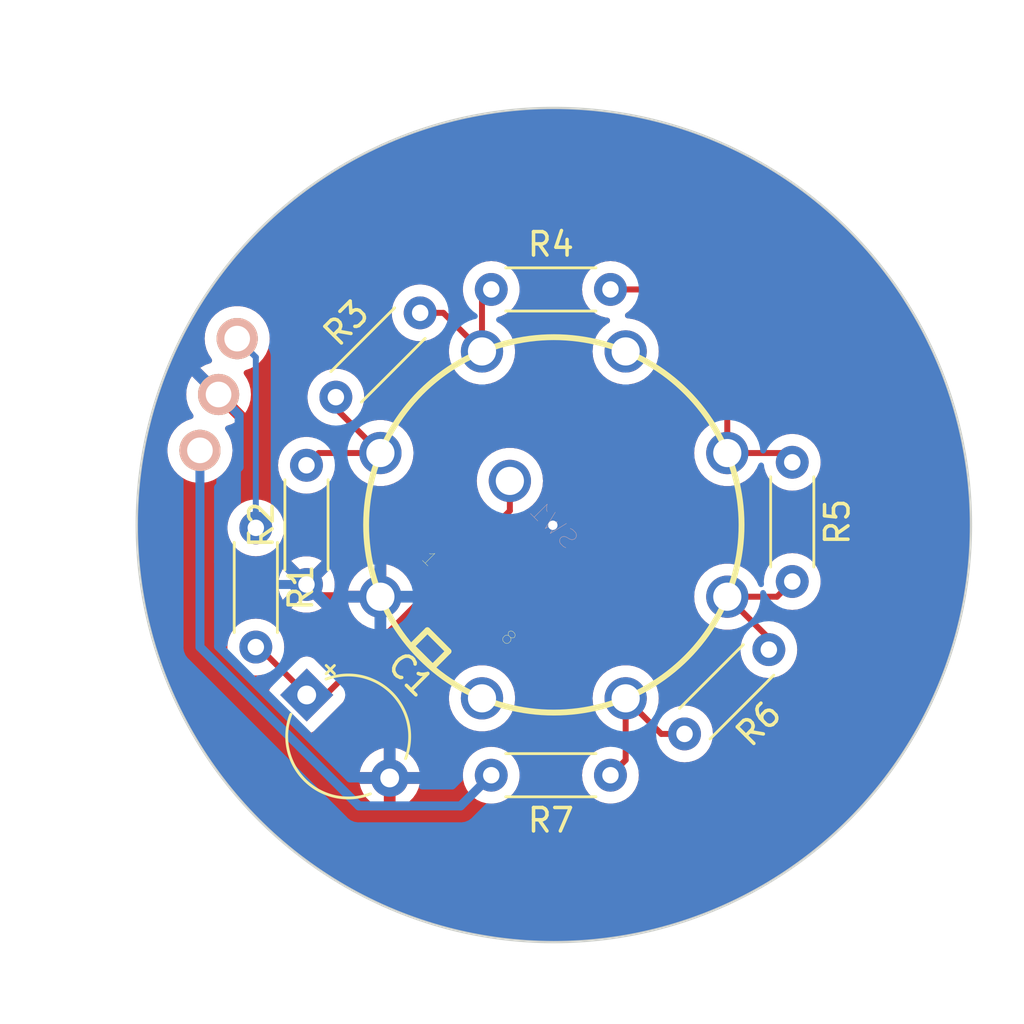
<source format=kicad_pcb>
(kicad_pcb (version 20221018) (generator pcbnew)
  (layers (0 "F.Cu" signal) (31 "B.Cu" signal) (34 "B.Paste" user) (35 "F.Paste" user) (36 "B.SilkS" user "B.Silkscreen") (37 "F.SilkS" user "F.Silkscreen") (38 "B.Mask" user) (39 "F.Mask" user) (44 "Edge.Cuts" user))
  (net 0 "")
  (net 1 "Net-(C1-Pad1)")
  (net 2 "GND")
  (net 3 "Signal")
  (net 4 "Net-(R2-Pad2)")
  (net 5 "Net-(R3-Pad2)")
  (net 6 "Net-(R4-Pad2)")
  (net 7 "Net-(R5-Pad2)")
  (net 8 "Net-(R6-Pad2)")
  (net 9 "+5V")
  (footprint "Keebio-Parts:SinglePad" (layer "F.Cu") (at 125.201447 104.917525)
    (fp_text reference "J6" hide)
    (fp_text value "D2" hide)
    (pad "1" thru_hole circle (at 0 0 270) (size 1.7526 1.7526) (drill 1.0922) (layers "*.Cu" "*.SilkS" "*.Mask") (net 2 "GND"))
  )
  (footprint "Resistor_THT:R_Axial_DIN0204_L3.6mm_D1.6mm_P5.08mm_Horizontal" (layer "F.Cu") (at 126.788947 110.600775 -90)
    (fp_text reference "R1" (at 2.54 -1.92 90) (layer "F.SilkS"))
    (fp_text value "100Ω")
    (fp_line (start 0.62 -0.92) (end 4.46 -0.92) (stroke (width 0.12)) (layer "F.SilkS"))
    (fp_line (start 0.62 0.92) (end 4.46 0.92) (stroke (width 0.12)) (layer "F.SilkS"))
    (pad "1" thru_hole circle (at 0 0 270) (size 1.4 1.4) (drill 0.7) (layers "*.Cu" "*.Mask") (net 3 "Signal"))
    (pad "2" thru_hole oval (at 5.08 0 270) (size 1.4 1.4) (drill 0.7) (layers "*.Cu" "*.Mask") (net 1 "Net-(C1-Pad1)"))
  )
  (footprint "Resistor_THT:R_Axial_DIN0204_L3.6mm_D1.6mm_P5.08mm_Horizontal" (layer "F.Cu") (at 136.821947 100.440775)
    (fp_text reference "R4" (at 2.54 -1.92) (layer "F.SilkS"))
    (fp_text value "2000Ω")
    (fp_line (start 0.62 -0.92) (end 4.46 -0.92) (stroke (width 0.12)) (layer "F.SilkS"))
    (fp_line (start 0.62 0.92) (end 4.46 0.92) (stroke (width 0.12)) (layer "F.SilkS"))
    (pad "1" thru_hole circle (at 0 0) (size 1.4 1.4) (drill 0.7) (layers "*.Cu" "*.Mask") (net 5 "Net-(R3-Pad2)"))
    (pad "2" thru_hole oval (at 5.08 0) (size 1.4 1.4) (drill 0.7) (layers "*.Cu" "*.Mask") (net 6 "Net-(R4-Pad2)"))
  )
  (footprint "" (layer "F.Cu") (at 125.995197 102.536275)
    (fp_text reference "" (at 0 0) (layer "F.SilkS") (effects (font (size 1.27 1.27))))
    (fp_text value "" (at 0 0) (layer "F.SilkS") (effects (font (size 1.27 1.27))))
    (pad "1" thru_hole circle (at 0 0 270) (size 1.7526 1.7526) (drill 1.0922) (layers "*.Cu" "*.SilkS" "*.Mask") (net 3 "Signal"))
  )
  (footprint "Capacitor_THT:CP_Radial_Tantal_D5.0mm_P5.00mm" (layer "F.Cu") (at 128.95818 117.723008 -45)
    (fp_text reference "C1" (at 2.5 -3.75 135) (layer "F.SilkS"))
    (fp_text value "2.2uF")
    (fp_line (start -0.304775 -1.475) (end 0.195225 -1.475) (stroke (width 0.12)) (layer "F.SilkS"))
    (fp_line (start -0.054775 -1.725) (end -0.054775 -1.225) (stroke (width 0.12)) (layer "F.SilkS"))
    (fp_arc (start 0.104003 -1.06) (mid 2.5 -2.62) (end 4.895997 -1.06) (stroke (width 0.12)) (layer "F.SilkS"))
    (fp_arc (start 4.895997 1.06) (mid 2.5 2.62) (end 0.104003 1.06) (stroke (width 0.12)) (layer "F.SilkS"))
    (pad "1" thru_hole rect (at 0 0 315) (size 1.6 1.6) (drill 0.8) (layers "*.Cu" "*.Mask") (net 1 "Net-(C1-Pad1)"))
    (pad "2" thru_hole circle (at 5 0 315) (size 1.6 1.6) (drill 0.8) (layers "*.Cu" "*.Mask") (net 2 "GND"))
  )
  (footprint "" (layer "F.Cu") (at 124.407697 107.298775)
    (fp_text reference "" (at 0 0) (layer "F.SilkS") (effects (font (size 1.27 1.27))))
    (fp_text value "" (at 0 0) (layer "F.SilkS") (effects (font (size 1.27 1.27))))
    (pad "1" thru_hole circle (at 0 0 270) (size 1.7526 1.7526) (drill 1.0922) (layers "*.Cu" "*.SilkS" "*.Mask") (net 9 "+5V"))
  )
  (footprint "Resistor_THT:R_Axial_DIN0204_L3.6mm_D1.6mm_P5.08mm_Horizontal" (layer "F.Cu") (at 128.947947 113.013775 90)
    (fp_text reference "R2" (at 2.54 -1.92 90) (layer "F.SilkS"))
    (fp_text value "2000Ω")
    (fp_line (start 0.62 -0.92) (end 4.46 -0.92) (stroke (width 0.12)) (layer "F.SilkS"))
    (fp_line (start 0.62 0.92) (end 4.46 0.92) (stroke (width 0.12)) (layer "F.SilkS"))
    (pad "1" thru_hole circle (at 0 0 90) (size 1.4 1.4) (drill 0.7) (layers "*.Cu" "*.Mask") (net 2 "GND"))
    (pad "2" thru_hole oval (at 5.08 0 90) (size 1.4 1.4) (drill 0.7) (layers "*.Cu" "*.Mask") (net 4 "Net-(R2-Pad2)"))
  )
  (footprint "Resistor_THT:R_Axial_DIN0204_L3.6mm_D1.6mm_P5.08mm_Horizontal" (layer "F.Cu") (at 130.199896 105.030826 45)
    (fp_text reference "R3" (at 2.54 -1.92 45) (layer "F.SilkS"))
    (fp_text value "2000Ω")
    (fp_line (start 0.62 -0.92) (end 4.46 -0.92) (stroke (width 0.12)) (layer "F.SilkS"))
    (fp_line (start 0.62 0.92) (end 4.46 0.92) (stroke (width 0.12)) (layer "F.SilkS"))
    (pad "1" thru_hole circle (at 0 0 45) (size 1.4 1.4) (drill 0.7) (layers "*.Cu" "*.Mask") (net 4 "Net-(R2-Pad2)"))
    (pad "2" thru_hole oval (at 5.08 0 45) (size 1.4 1.4) (drill 0.7) (layers "*.Cu" "*.Mask") (net 5 "Net-(R3-Pad2)"))
  )
  (footprint "Resistor_THT:R_Axial_DIN0204_L3.6mm_D1.6mm_P5.08mm_Horizontal" (layer "F.Cu") (at 149.648947 107.806775 -90)
    (fp_text reference "R5" (at 2.54 -1.92 90) (layer "F.SilkS"))
    (fp_text value "2000Ω")
    (fp_line (start 0.62 -0.92) (end 4.46 -0.92) (stroke (width 0.12)) (layer "F.SilkS"))
    (fp_line (start 0.62 0.92) (end 4.46 0.92) (stroke (width 0.12)) (layer "F.SilkS"))
    (pad "1" thru_hole circle (at 0 0 270) (size 1.4 1.4) (drill 0.7) (layers "*.Cu" "*.Mask") (net 6 "Net-(R4-Pad2)"))
    (pad "2" thru_hole oval (at 5.08 0 270) (size 1.4 1.4) (drill 0.7) (layers "*.Cu" "*.Mask") (net 7 "Net-(R5-Pad2)"))
  )
  (footprint "Resistor_THT:R_Axial_DIN0204_L3.6mm_D1.6mm_P5.08mm_Horizontal" (layer "F.Cu") (at 141.901947 121.141775 180)
    (fp_text reference "R7" (at 2.54 -1.92) (layer "F.SilkS"))
    (fp_text value "2000Ω")
    (fp_line (start 0.62 -0.92) (end 4.46 -0.92) (stroke (width 0.12)) (layer "F.SilkS"))
    (fp_line (start 0.62 0.92) (end 4.46 0.92) (stroke (width 0.12)) (layer "F.SilkS"))
    (pad "1" thru_hole circle (at 0 0 180) (size 1.4 1.4) (drill 0.7) (layers "*.Cu" "*.Mask") (net 8 "Net-(R6-Pad2)"))
    (pad "2" thru_hole oval (at 5.08 0 180) (size 1.4 1.4) (drill 0.7) (layers "*.Cu" "*.Mask") (net 9 "+5V"))
  )
  (footprint "Resistor_THT:R_Axial_DIN0204_L3.6mm_D1.6mm_P5.08mm_Horizontal" (layer "F.Cu") (at 148.650998 115.789724 -135)
    (fp_text reference "R6" (at 2.54 -1.92 45) (layer "F.SilkS"))
    (fp_text value "2000Ω")
    (fp_line (start 0.62 -0.92) (end 4.46 -0.92) (stroke (width 0.12)) (layer "F.SilkS"))
    (fp_line (start 0.62 0.92) (end 4.46 0.92) (stroke (width 0.12)) (layer "F.SilkS"))
    (pad "1" thru_hole circle (at 0 0 225) (size 1.4 1.4) (drill 0.7) (layers "*.Cu" "*.Mask") (net 7 "Net-(R5-Pad2)"))
    (pad "2" thru_hole oval (at 5.08 0 225) (size 1.4 1.4) (drill 0.7) (layers "*.Cu" "*.Mask") (net 8 "Net-(R6-Pad2)"))
  )
  (footprint "F-14 CAP parts:1P8T" (layer "B.Cu") (at 139.488947 110.473775 135)
    (fp_text reference "SW1" (at 0 0 135) (layer "B.SilkS") (effects (font (size 0.787402 0.787402) (thickness 0.015)) (justify mirror)))
    (fp_text value "1P8T_ROTARY_SWITCH")
    (fp_text user "8" (at -2.031 -4.762 135) (layer "F.SilkS") (effects (font (size 0.582677 0.582677) (thickness 0.015))))
    (fp_text user "1" (at 2.723 -4.762 135) (layer "F.SilkS") (effects (font (size 0.582677 0.582677) (thickness 0.015))))
    (fp_line (start -0.635 -7.938) (end -0.635 -6.984) (stroke (width 0.25)) (layer "F.SilkS"))
    (fp_line (start -0.635 -6.984) (end 0.635 -6.984) (stroke (width 0.25)) (layer "F.SilkS"))
    (fp_line (start 0.635 -7.938) (end -0.635 -7.938) (stroke (width 0.25)) (layer "F.SilkS"))
    (fp_line (start 0.635 -6.984) (end 0.635 -7.938) (stroke (width 0.25)) (layer "F.SilkS"))
    (fp_circle (center 0 0) (end 7.999 0) (stroke (width 0.25)) (fill none) (layer "F.SilkS"))
    (pad "1" thru_hole circle (at 3.062 -7.391 135) (size 1.8 1.8) (drill 1.2) (layers "*.Cu" "*.Mask") (net 2 "GND"))
    (pad "2" thru_hole circle (at 7.391 -3.061 135) (size 1.8 1.8) (drill 1.2) (layers "*.Cu" "*.Mask") (net 4 "Net-(R2-Pad2)"))
    (pad "3" thru_hole circle (at 7.391 3.061 135) (size 1.8 1.8) (drill 1.2) (layers "*.Cu" "*.Mask") (net 5 "Net-(R3-Pad2)"))
    (pad "4" thru_hole circle (at 3.062 7.391 135) (size 1.8 1.8) (drill 1.2) (layers "*.Cu" "*.Mask"))
    (pad "5" thru_hole circle (at -3.062 7.391 135) (size 1.8 1.8) (drill 1.2) (layers "*.Cu" "*.Mask") (net 6 "Net-(R4-Pad2)"))
    (pad "6" thru_hole circle (at -7.391 3.062 135) (size 1.8 1.8) (drill 1.2) (layers "*.Cu" "*.Mask") (net 7 "Net-(R5-Pad2)"))
    (pad "7" thru_hole circle (at -7.391 -3.062 135) (size 1.8 1.8) (drill 1.2) (layers "*.Cu" "*.Mask") (net 8 "Net-(R6-Pad2)"))
    (pad "8" thru_hole circle (at -3.062 -7.391 135) (size 1.8 1.8) (drill 1.2) (layers "*.Cu" "*.Mask"))
    (pad "9" thru_hole circle (at 2.65 0 135) (size 1.8 1.8) (drill 1.2) (layers "*.Cu" "*.Mask") (net 1 "Net-(C1-Pad1)"))
  )
  (gr_circle (center 139.49 110.48) (end 146.32 94.07) (stroke (width 0.1)) (fill none) (layer "Edge.Cuts"))
  (segment (start 126.915947 115.680775) (end 126.788947 115.680775) (width 0.254) (layer "F.Cu") (net 1))
  (segment (start 137.615114 108.599942) (end 137.615114 109.872734) (width 0.254) (layer "F.Cu") (net 1))
  (segment (start 129.76484 117.723008) (end 128.95818 117.723008) (width 0.254) (layer "F.Cu") (net 1))
  (segment (start 137.615114 109.872734) (end 129.76484 117.723008) (width 0.254) (layer "F.Cu") (net 1))
  (segment (start 128.95818 117.723008) (end 126.915947 115.680775) (width 0.254) (layer "F.Cu") (net 1))
  (segment (start 129.469012 113.53484) (end 128.947947 113.013775) (width 0.381) (layer "F.Cu") (net 2))
  (segment (start 132.09756 113.53484) (end 129.469012 113.53484) (width 0.381) (layer "F.Cu") (net 2))
  (via (at 139.446 110.49) (size 0.8) (drill 0.4) (layers "F.Cu" "B.Cu") (net 2))
  (segment (start 126.180669 113.013775) (end 125.201447 112.034553) (width 0.381) (layer "B.Cu") (net 2))
  (segment (start 132.493714 121.258542) (end 130.810772 121.258542) (width 0.381) (layer "B.Cu") (net 2))
  (segment (start 125.201447 115.649217) (end 125.201447 112.034553) (width 0.381) (layer "B.Cu") (net 2))
  (segment (start 126.077747 108.009975) (end 126.077747 105.793825) (width 0.381) (layer "B.Cu") (net 2))
  (segment (start 128.947947 113.013775) (end 126.180669 113.013775) (width 0.381) (layer "B.Cu") (net 2))
  (segment (start 130.810772 121.258542) (end 125.201447 115.649217) (width 0.381) (layer "B.Cu") (net 2))
  (segment (start 125.201447 108.886275) (end 126.077747 108.009975) (width 0.381) (layer "B.Cu") (net 2))
  (segment (start 125.201447 112.034553) (end 125.201447 108.886275) (width 0.381) (layer "B.Cu") (net 2))
  (segment (start 126.077747 105.793825) (end 125.201447 104.917525) (width 0.381) (layer "B.Cu") (net 2))
  (segment (start 126.788947 110.600775) (end 126.788947 103.330025) (width 0.254) (layer "B.Cu") (net 3))
  (segment (start 126.788947 103.330025) (end 125.995197 102.536275) (width 0.254) (layer "B.Cu") (net 3))
  (segment (start 132.098267 107.412003) (end 130.199896 105.513632) (width 0.254) (layer "F.Cu") (net 4))
  (segment (start 129.469719 107.412003) (end 128.947947 107.933775) (width 0.254) (layer "F.Cu") (net 4))
  (segment (start 132.098267 107.412003) (end 132.098267 106.929197) (width 0.254) (layer "F.Cu") (net 4))
  (segment (start 132.098267 107.412003) (end 129.469719 107.412003) (width 0.254) (layer "F.Cu") (net 4))
  (segment (start 130.199896 105.513632) (end 130.199896 105.030826) (width 0.254) (layer "F.Cu") (net 4))
  (arc (start 132.098267 107.412003) (mid 131.945444 107.780952) (end 131.576495 107.933775) (width 0.254) (layer "F.Cu") (net 4))
  (segment (start 136.427175 100.835547) (end 136.821947 100.440775) (width 0.254) (layer "F.Cu") (net 5))
  (segment (start 136.427175 103.083095) (end 134.782804 101.438724) (width 0.254) (layer "F.Cu") (net 5))
  (segment (start 136.427175 103.083095) (end 136.427175 100.835547) (width 0.254) (layer "F.Cu") (net 5))
  (segment (start 134.782804 101.438724) (end 133.791998 101.438724) (width 0.254) (layer "F.Cu") (net 5))
  (segment (start 146.880334 107.41271) (end 149.254882 107.41271) (width 0.254) (layer "F.Cu") (net 6))
  (segment (start 144.949947 100.440775) (end 141.901947 100.440775) (width 0.254) (layer "F.Cu") (net 6))
  (segment (start 146.880334 102.371162) (end 144.949947 100.440775) (width 0.254) (layer "F.Cu") (net 6))
  (segment (start 146.880334 107.41271) (end 146.880334 102.371162) (width 0.254) (layer "F.Cu") (net 6))
  (segment (start 149.254882 107.41271) (end 149.648947 107.806775) (width 0.254) (layer "F.Cu") (net 6))
  (segment (start 149.000882 113.53484) (end 149.648947 112.886775) (width 0.254) (layer "F.Cu") (net 7))
  (segment (start 146.880334 113.53484) (end 149.000882 113.53484) (width 0.254) (layer "F.Cu") (net 7))
  (segment (start 146.880334 113.53484) (end 148.650998 115.305504) (width 0.254) (layer "F.Cu") (net 7))
  (segment (start 148.650998 115.305504) (end 148.650998 115.789724) (width 0.254) (layer "F.Cu") (net 7))
  (segment (start 142.550012 120.49371) (end 141.901947 121.141775) (width 0.254) (layer "F.Cu") (net 8))
  (segment (start 142.550012 117.865162) (end 142.550012 120.49371) (width 0.254) (layer "F.Cu") (net 8))
  (segment (start 144.066676 119.381826) (end 145.058896 119.381826) (width 0.254) (layer "F.Cu") (net 8))
  (segment (start 142.550012 117.865162) (end 144.066676 119.381826) (width 0.254) (layer "F.Cu") (net 8))
  (segment (start 124.407697 115.676447) (end 124.407697 107.298775) (width 0.381) (layer "B.Cu") (net 9))
  (segment (start 135.515169 122.448553) (end 131.179803 122.448553) (width 0.381) (layer "B.Cu") (net 9))
  (segment (start 136.821947 121.141775) (end 135.515169 122.448553) (width 0.381) (layer "B.Cu") (net 9))
  (segment (start 131.179803 122.448553) (end 124.407697 115.676447) (width 0.381) (layer "B.Cu") (net 9))
  (zone (net 2) (net_name "GND") (layers "F&B.Cu") (connect_pads (clearance 0.508)) (min_thickness 0.25) (fill yes (thermal_gap 0.5) (thermal_bridge_width 0.5))
    (polygon (pts (xy 115.8875 89.69375) (xy 159.54375 88.10625) (xy 158.75 131.7625) (xy 119.85625 127.79375)))
  )
)
</source>
